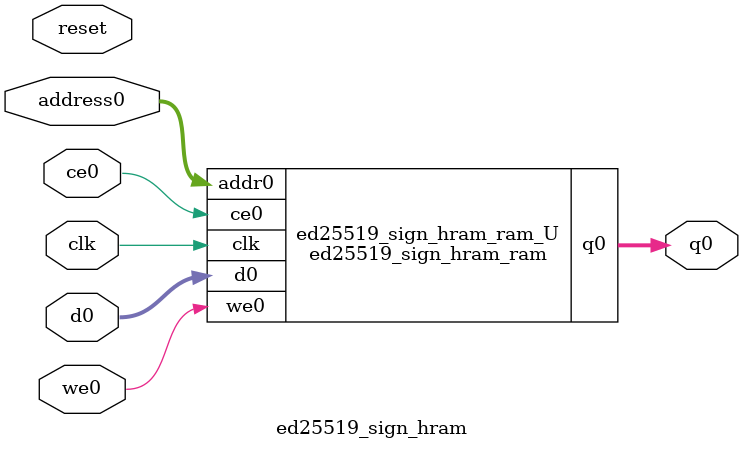
<source format=v>

`timescale 1 ns / 1 ps
module ed25519_sign_hram_ram (addr0, ce0, d0, we0, q0,  clk);

parameter DWIDTH = 8;
parameter AWIDTH = 6;
parameter MEM_SIZE = 64;

input[AWIDTH-1:0] addr0;
input ce0;
input[DWIDTH-1:0] d0;
input we0;
output reg[DWIDTH-1:0] q0;
input clk;

reg [DWIDTH-1:0] ram[0:MEM_SIZE-1];




always @(posedge clk)  
begin 
    if (ce0) 
    begin
        if (we0) 
        begin 
            ram[addr0] <= d0; 
            q0 <= d0;
        end 
        else 
            q0 <= ram[addr0];
    end
end


endmodule


`timescale 1 ns / 1 ps
module ed25519_sign_hram(
    reset,
    clk,
    address0,
    ce0,
    we0,
    d0,
    q0);

parameter DataWidth = 32'd8;
parameter AddressRange = 32'd64;
parameter AddressWidth = 32'd6;
input reset;
input clk;
input[AddressWidth - 1:0] address0;
input ce0;
input we0;
input[DataWidth - 1:0] d0;
output[DataWidth - 1:0] q0;



ed25519_sign_hram_ram ed25519_sign_hram_ram_U(
    .clk( clk ),
    .addr0( address0 ),
    .ce0( ce0 ),
    .d0( d0 ),
    .we0( we0 ),
    .q0( q0 ));

endmodule


</source>
